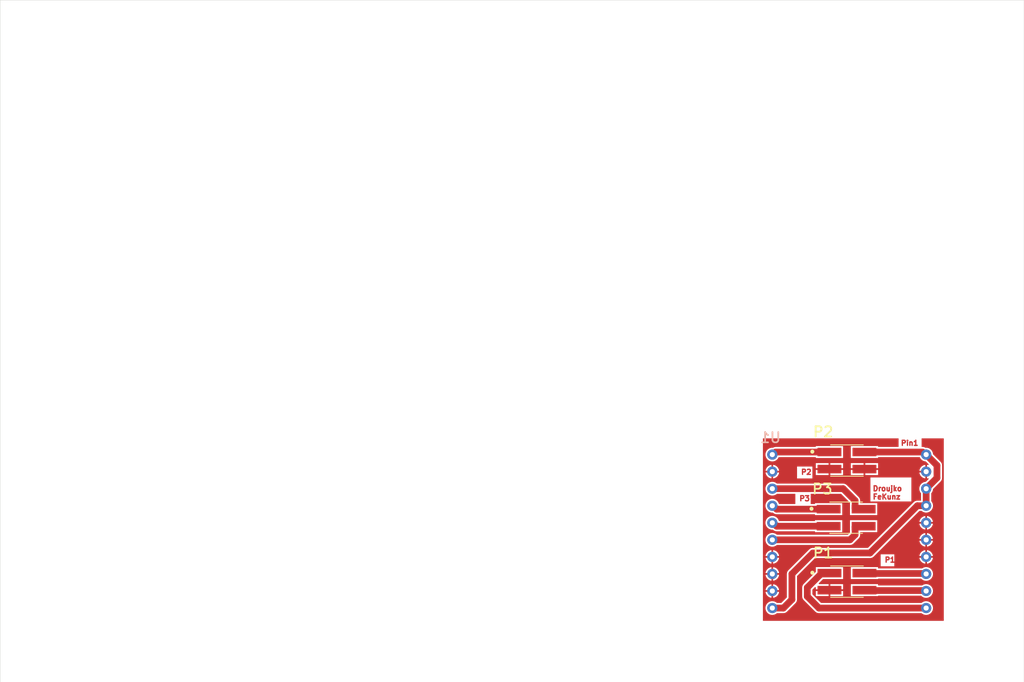
<source format=kicad_pcb>
(kicad_pcb (version 20211014) (generator pcbnew)
  (layers (0 "F.Cu" signal "Top Layer") (31 "B.Cu" signal "Bottom Layer") (34 "B.Paste" user "Bottom Paste") (35 "F.Paste" user "Top Paste") (36 "B.SilkS" user "Bottom Overlay") (37 "F.SilkS" user "Top Overlay") (38 "B.Mask" user "Bottom Solder") (39 "F.Mask" user "Top Solder") (44 "Edge.Cuts" user))
  (net 0 "")
  (net 1 "VBAT")
  (net 2 "V_PIN")
  (net 3 "STEP")
  (net 4 "OB2")
  (net 5 "OB1")
  (net 6 "OA2")
  (net 7 "OA1")
  (net 8 "GND")
  (net 9 "EN")
  (net 10 "DIR")
  (footprint "bob.PcbLib:Connector" (layer "F.Cu") (at 198.282098 122.7836)
    (fp_text reference "P2" (at -5.127798 -3.3782 unlocked) (layer "F.SilkS") (effects (font (size 1.524 1.524) (thickness 0.254)) (justify left bottom)))
    (fp_text value "Component_2" hide)
    (fp_line (start -2.374998 -2.335) (end 2.505002 -2.335) (layer "F.SilkS") (width 0.127))
    (fp_line (start -2.374998 2.335) (end 2.505002 2.335) (layer "F.SilkS") (width 0.127))
    (fp_circle (center -5.086 -1.326) (end -5.086 -1.476) (layer "F.SilkS") (width 0.3) (fill none))
    (pad "1" smd rect (at -2.54 -1.27 180) (size 3.555 1.27) (layers "F.Cu" "F.Paste" "F.Mask") (net 1 "VBAT"))
    (pad "2" smd rect (at 2.670002 -1.27 180) (size 3.555 1.27) (layers "F.Cu" "F.Paste" "F.Mask") (net 2 "V_PIN"))
    (pad "3" smd rect (at -2.54 1.27 180) (size 3.555 1.27) (layers "F.Cu" "F.Paste" "F.Mask") (net 8 "GND"))
    (pad "4" smd rect (at 2.670002 1.27 180) (size 3.555 1.27) (layers "F.Cu" "F.Paste" "F.Mask") (net 8 "GND"))
  )
  (footprint "bob.PcbLib:Connector" (layer "F.Cu") (at 198.2851 140.8176)
    (fp_text reference "P1" (at -5.1308 -3.3782 unlocked) (layer "F.SilkS") (effects (font (size 1.524 1.524) (thickness 0.254)) (justify left bottom)))
    (fp_text value "Component_2" hide)
    (fp_line (start -2.375 2.335) (end 2.505 2.335) (layer "F.SilkS") (width 0.127))
    (fp_line (start -2.375 -2.335) (end 2.505 -2.335) (layer "F.SilkS") (width 0.127))
    (fp_circle (center -5.086 -1.326) (end -5.086 -1.476) (layer "F.SilkS") (width 0.3) (fill none))
    (pad "1" smd rect (at -2.54 -1.27 180) (size 3.555 1.27) (layers "F.Cu" "F.Paste" "F.Mask") (net 3 "STEP"))
    (pad "2" smd rect (at 2.670002 -1.27 180) (size 3.555 1.27) (layers "F.Cu" "F.Paste" "F.Mask") (net 9 "EN"))
    (pad "3" smd rect (at -2.54 1.27 180) (size 3.555 1.27) (layers "F.Cu" "F.Paste" "F.Mask") (net 8 "GND"))
    (pad "4" smd rect (at 2.670002 1.27 180) (size 3.555 1.27) (layers "F.Cu" "F.Paste" "F.Mask") (net 10 "DIR"))
  )
  (footprint "bob.PcbLib:Connector" (layer "F.Cu") (at 198.1581 131.2926)
    (fp_text reference "P3" (at -5.1308 -3.3782 unlocked) (layer "F.SilkS") (effects (font (size 1.524 1.524) (thickness 0.254)) (justify left bottom)))
    (fp_text value "Component_2" hide)
    (fp_line (start -2.375 -2.335) (end 2.505 -2.335) (layer "F.SilkS") (width 0.127))
    (fp_line (start -2.375 2.335) (end 2.505 2.335) (layer "F.SilkS") (width 0.127))
    (fp_circle (center -5.086 -1.326) (end -5.086 -1.476) (layer "F.SilkS") (width 0.3) (fill none))
    (pad "1" smd rect (at -2.54 -1.27 180) (size 3.555 1.27) (layers "F.Cu" "F.Paste" "F.Mask") (net 7 "OA1"))
    (pad "2" smd rect (at 2.670002 -1.27 180) (size 3.555 1.27) (layers "F.Cu" "F.Paste" "F.Mask") (net 6 "OA2"))
    (pad "3" smd rect (at -2.54 1.27 180) (size 3.555 1.27) (layers "F.Cu" "F.Paste" "F.Mask") (net 5 "OB1"))
    (pad "4" smd rect (at 2.670002 1.27 180) (size 3.555 1.27) (layers "F.Cu" "F.Paste" "F.Mask") (net 4 "OB2"))
  )
  (footprint "bob.PcbLib:BOB" (layer "B.Cu") (at 210.1361 144.7546 180)
    (fp_text reference "U1" (at 21.4776 24.4856 unlocked) (layer "B.SilkS") (effects (font (size 1.524 1.524) (thickness 0.254)) (justify left bottom mirror)))
    (fp_text value "Component_1" hide)
    (pad "1" thru_hole circle (at 0 22.86) (size 1.524 1.524) (drill 0.762) (layers *.Cu *.Mask) (net 2 "V_PIN"))
    (pad "2" thru_hole circle (at 0 20.32) (size 1.524 1.524) (drill 0.762) (layers *.Cu *.Mask) (net 8 "GND"))
    (pad "3" thru_hole circle (at 0 17.78) (size 1.524 1.524) (drill 0.762) (layers *.Cu *.Mask) (net 2 "V_PIN"))
    (pad "4" thru_hole circle (at 0 15.24) (size 1.524 1.524) (drill 0.762) (layers *.Cu *.Mask) (net 2 "V_PIN"))
    (pad "5" thru_hole circle (at 0 12.7) (size 1.524 1.524) (drill 0.762) (layers *.Cu *.Mask) (net 8 "GND"))
    (pad "6" thru_hole circle (at 0 10.16) (size 1.524 1.524) (drill 0.762) (layers *.Cu *.Mask) (net 8 "GND"))
    (pad "7" thru_hole circle (at 0 7.62) (size 1.524 1.524) (drill 0.762) (layers *.Cu *.Mask) (net 8 "GND"))
    (pad "8" thru_hole circle (at 0 5.08) (size 1.524 1.524) (drill 0.762) (layers *.Cu *.Mask) (net 9 "EN"))
    (pad "9" thru_hole circle (at 0 2.54) (size 1.524 1.524) (drill 0.762) (layers *.Cu *.Mask) (net 10 "DIR"))
    (pad "10" thru_hole circle (at 0 0) (size 1.524 1.524) (drill 0.762) (layers *.Cu *.Mask) (net 3 "STEP"))
    (pad "11" thru_hole circle (at 22.9 22.86) (size 1.524 1.524) (drill 0.762) (layers *.Cu *.Mask) (net 1 "VBAT"))
    (pad "12" thru_hole circle (at 22.9 20.32) (size 1.524 1.524) (drill 0.762) (layers *.Cu *.Mask) (net 8 "GND"))
    (pad "13" thru_hole circle (at 22.9 17.78) (size 1.524 1.524) (drill 0.762) (layers *.Cu *.Mask) (net 6 "OA2"))
    (pad "14" thru_hole circle (at 22.9 15.24) (size 1.524 1.524) (drill 0.762) (layers *.Cu *.Mask) (net 7 "OA1"))
    (pad "15" thru_hole circle (at 22.9 12.7) (size 1.524 1.524) (drill 0.762) (layers *.Cu *.Mask) (net 5 "OB1"))
    (pad "16" thru_hole circle (at 22.9 10.16) (size 1.524 1.524) (drill 0.762) (layers *.Cu *.Mask) (net 4 "OB2"))
    (pad "17" thru_hole circle (at 22.9 7.62) (size 1.524 1.524) (drill 0.762) (layers *.Cu *.Mask) (net 8 "GND"))
    (pad "18" thru_hole circle (at 22.9 5.08) (size 1.524 1.524) (drill 0.762) (layers *.Cu *.Mask) (net 8 "GND"))
    (pad "19" thru_hole circle (at 22.9 2.54) (size 1.524 1.524) (drill 0.762) (layers *.Cu *.Mask) (net 8 "GND"))
    (pad "20" thru_hole circle (at 22.9 0) (size 1.524 1.524) (drill 0.762) (layers *.Cu *.Mask) (net 2 "V_PIN"))
  )
  (gr_line (start 72.3011 54.2036) (end 72.3011 155.8036) (layer "Edge.Cuts") (width 0.05))
  (gr_line (start 224.7011 155.8036) (end 224.7011 54.2036) (layer "Edge.Cuts") (width 0.05))
  (gr_line (start 224.7011 54.2036) (end 72.3011 54.2036) (layer "Edge.Cuts") (width 0.05))
  (gr_line (start 72.3011 155.8036) (end 224.7011 155.8036) (layer "Edge.Cuts") (width 0.05))
  (gr_text "Droujko\nFeKunz" (at 202.0951 128.6256) (layer "F.Cu") (effects (font (size 0.762 0.762) (thickness 0.254)) (justify left bottom)))
  (gr_text "P2" (at 191.4271 124.9426) (layer "F.Cu") (effects (font (size 0.762 0.762) (thickness 0.254)) (justify left bottom)))
  (gr_text "Pin1" (at 206.2861 120.6246) (layer "F.Cu") (effects (font (size 0.762 0.762) (thickness 0.254)) (justify left bottom)))
  (gr_text "P3" (at 191.1731 128.8796) (layer "F.Cu") (effects (font (size 0.762 0.762) (thickness 0.254)) (justify left bottom)))
  (gr_text "P1" (at 203.8731 138.0236) (layer "F.Cu") (effects (font (size 0.762 0.762) (thickness 0.254)) (justify left bottom)))
  (segment (start 187.758893 121.5136) (end 195.742098 121.5136) (width 1) (layer "F.Cu") (net 1))
  (segment (start 187.377893 121.8946) (end 187.758893 121.5136) (width 1) (layer "F.Cu") (net 1))
  (segment (start 187.2361 121.8946) (end 187.377893 121.8946) (width 1) (layer "F.Cu") (net 1))
  (segment (start 210.1361 129.5146) (end 210.1361 126.832807) (width 1) (layer "F.Cu") (net 2))
  (segment (start 210.1361 121.8946) (end 211.7471 123.5056) (width 1) (layer "F.Cu") (net 2))
  (segment (start 211.7471 125.3636) (end 211.7471 123.5056) (width 1) (layer "F.Cu") (net 2))
  (segment (start 187.2361 144.7546) (end 188.8871 144.7546) (width 1) (layer "F.Cu") (net 2))
  (segment (start 190.1571 143.4846) (end 190.1571 139.6746) (width 1) (layer "F.Cu") (net 2))
  (segment (start 188.8871 144.7546) (end 190.1571 143.4846) (width 1) (layer "F.Cu") (net 2))
  (segment (start 201.787371 136.553329) (end 208.8261 129.5146) (width 1) (layer "F.Cu") (net 2))
  (segment (start 200.9521 121.5136) (end 209.613307 121.5136) (width 1) (layer "F.Cu") (net 2))
  (segment (start 210.1361 126.9746) (end 211.7471 125.3636) (width 1) (layer "F.Cu") (net 2))
  (segment (start 190.1571 139.6746) (end 193.278371 136.553329) (width 1) (layer "F.Cu") (net 2))
  (segment (start 193.278371 136.553329) (end 201.787371 136.553329) (width 1) (layer "F.Cu") (net 2))
  (segment (start 208.8261 129.5146) (end 210.1361 129.5146) (width 1) (layer "F.Cu") (net 2))
  (segment (start 192.4431 143.025812) (end 192.4431 141.7071) (width 1) (layer "F.Cu") (net 3))
  (segment (start 194.171888 144.7546) (end 210.1361 144.7546) (width 1) (layer "F.Cu") (net 3))
  (segment (start 194.6026 139.5476) (end 195.7451 139.5476) (width 1) (layer "F.Cu") (net 3))
  (segment (start 192.4431 143.025812) (end 194.171888 144.7546) (width 1) (layer "F.Cu") (net 3))
  (segment (start 192.4431 141.7071) (end 194.6026 139.5476) (width 1) (layer "F.Cu") (net 3))
  (segment (start 187.2361 134.5946) (end 198.796102 134.5946) (width 1) (layer "F.Cu") (net 4))
  (segment (start 199.561193 132.697598) (end 199.696192 132.5626) (width 1) (layer "F.Cu") (net 4))
  (segment (start 198.796102 134.5946) (end 199.561193 133.829509) (width 1) (layer "F.Cu") (net 4))
  (segment (start 199.696192 132.5626) (end 200.828102 132.5626) (width 1) (layer "F.Cu") (net 4))
  (segment (start 199.561193 133.829509) (end 199.561193 132.697598) (width 1) (layer "F.Cu") (net 4))
  (segment (start 187.2361 132.0546) (end 187.377893 132.0546) (width 1) (layer "F.Cu") (net 5))
  (segment (start 187.377893 132.0546) (end 187.885893 132.5626) (width 1) (layer "F.Cu") (net 5))
  (segment (start 187.885893 132.5626) (end 195.6181 132.5626) (width 1) (layer "F.Cu") (net 5))
  (segment (start 197.780102 126.9746) (end 199.561193 128.755691) (width 1) (layer "F.Cu") (net 6))
  (segment (start 187.2361 126.9746) (end 197.780102 126.9746) (width 1) (layer "F.Cu") (net 6))
  (segment (start 199.696192 130.0226) (end 200.828102 130.0226) (width 1) (layer "F.Cu") (net 6))
  (segment (start 199.561193 129.887602) (end 199.696192 130.0226) (width 1) (layer "F.Cu") (net 6))
  (segment (start 199.561193 129.887602) (end 199.561193 128.755691) (width 1) (layer "F.Cu") (net 6))
  (segment (start 187.885893 130.0226) (end 195.6181 130.0226) (width 1) (layer "F.Cu") (net 7))
  (segment (start 187.2361 129.5146) (end 187.377893 129.5146) (width 1) (layer "F.Cu") (net 7))
  (segment (start 187.377893 129.5146) (end 187.885893 130.0226) (width 1) (layer "F.Cu") (net 7))
  (segment (start 210.0726 139.6111) (end 210.1361 139.6746) (width 1) (layer "F.Cu") (net 9))
  (segment (start 200.955102 139.5476) (end 201.018602 139.6111) (width 1) (layer "F.Cu") (net 9))
  (segment (start 201.018602 139.6111) (end 210.0726 139.6111) (width 1) (layer "F.Cu") (net 9))
  (segment (start 201.018602 142.1511) (end 210.0726 142.1511) (width 1) (layer "F.Cu") (net 10))
  (segment (start 200.955102 142.0876) (end 201.018602 142.1511) (width 1) (layer "F.Cu") (net 10))
  (segment (start 210.0726 142.1511) (end 210.1361 142.2146) (width 1) (layer "F.Cu") (net 10))
  (zone (net 8) (net_name "GND") (layer "F.Cu") (connect_pads (clearance 0.508)) (min_thickness 0.254) (fill yes (thermal_gap 0.254) (thermal_bridge_width 0.254))
    (polygon (pts (xy 185.8391 119.4816) (xy 185.8391 146.6596) (xy 212.7631 146.6596) (xy 212.7631 119.4816)))
  )
)
</source>
